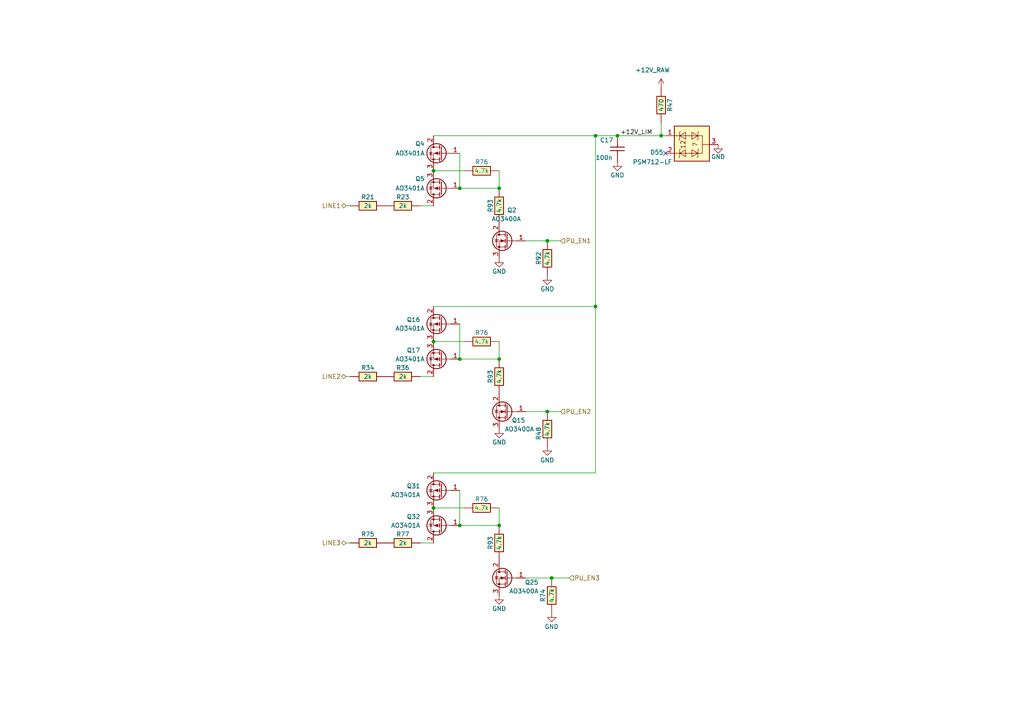
<source format=kicad_sch>
(kicad_sch (version 20230121) (generator eeschema)
  (paper "A4")
  (lib_symbols
    (symbol "MOSFET-P_2" (pin_names hide)
      (property "Reference" "Q" (at 5.207 0.9085 0))
      (property "Value" "MOSFET-P_2" (at 5.207 -1.8666 0))
      (symbol "MOSFET-P_2_0_1"
        (polyline (pts (xy 0.254 0) (xy -2.54 0)))
        (polyline (pts (xy 0.254 1.905) (xy 0.254 -1.905)) (stroke (width 0.254)))
        (polyline (pts (xy 0.762 -1.27) (xy 0.762 -2.286)) (stroke (width 0.254)))
        (polyline (pts (xy 0.762 0.508) (xy 0.762 -0.508)) (stroke (width 0.254)))
        (polyline (pts (xy 0.762 2.286) (xy 0.762 1.27)) (stroke (width 0.254)))
        (polyline (pts (xy 2.54 2.54) (xy 2.54 1.778)))
        (polyline (pts (xy 2.54 -2.54) (xy 2.54 0) (xy 0.762 0)))
        (polyline (pts (xy 0.762 1.778) (xy 3.302 1.778) (xy 3.302 -1.778) (xy 0.762 -1.778)))
        (polyline (pts (xy 2.286 0) (xy 1.27 0.381) (xy 1.27 -0.381) (xy 2.286 0)) (fill (type outline)))
        (polyline (pts (xy 2.794 -0.508) (xy 2.921 -0.381) (xy 3.683 -0.381) (xy 3.81 -0.254)))
        (polyline (pts (xy 3.302 -0.381) (xy 2.921 0.254) (xy 3.683 0.254) (xy 3.302 -0.381)))
        (circle (center 1.651 0) (radius 2.794) (stroke (width 0.254)))
        (circle (center 2.54 -1.778) (radius 0.254) (fill (type outline)))
        (circle (center 2.54 1.778) (radius 0.254) (fill (type outline)))
      )
      (symbol "MOSFET-P_2_1_1"
        (pin input line (at -5.08 0 0) (length 2.54) (name "G") (number "1"))
        (pin passive line (at 2.54 5.08 270) (length 2.54) (name "D") (number "2"))
        (pin passive line (at 2.54 -5.08 90) (length 2.54) (name "S") (number "3"))
      )
    )
    (symbol "MOSFET-P_3" (pin_names hide)
      (property "Reference" "Q" (at 5.207 0.9085 0))
      (property "Value" "MOSFET-P_3" (at 5.207 -1.8666 0))
      (symbol "MOSFET-P_3_0_1"
        (polyline (pts (xy 0.254 0) (xy -2.54 0)))
        (polyline (pts (xy 0.254 1.905) (xy 0.254 -1.905)) (stroke (width 0.254)))
        (polyline (pts (xy 0.762 -1.27) (xy 0.762 -2.286)) (stroke (width 0.254)))
        (polyline (pts (xy 0.762 0.508) (xy 0.762 -0.508)) (stroke (width 0.254)))
        (polyline (pts (xy 0.762 2.286) (xy 0.762 1.27)) (stroke (width 0.254)))
        (polyline (pts (xy 2.54 2.54) (xy 2.54 1.778)))
        (polyline (pts (xy 2.54 -2.54) (xy 2.54 0) (xy 0.762 0)))
        (polyline (pts (xy 0.762 1.778) (xy 3.302 1.778) (xy 3.302 -1.778) (xy 0.762 -1.778)))
        (polyline (pts (xy 2.286 0) (xy 1.27 0.381) (xy 1.27 -0.381) (xy 2.286 0)) (fill (type outline)))
        (polyline (pts (xy 2.794 -0.508) (xy 2.921 -0.381) (xy 3.683 -0.381) (xy 3.81 -0.254)))
        (polyline (pts (xy 3.302 -0.381) (xy 2.921 0.254) (xy 3.683 0.254) (xy 3.302 -0.381)))
        (circle (center 1.651 0) (radius 2.794) (stroke (width 0.254)))
        (circle (center 2.54 -1.778) (radius 0.254) (fill (type outline)))
        (circle (center 2.54 1.778) (radius 0.254) (fill (type outline)))
      )
      (symbol "MOSFET-P_3_1_1"
        (pin input line (at -5.08 0 0) (length 2.54) (name "G") (number "1"))
        (pin passive line (at 2.54 5.08 270) (length 2.54) (name "D") (number "2"))
        (pin passive line (at 2.54 -5.08 90) (length 2.54) (name "S") (number "3"))
      )
    )
    (symbol "MOSFET-P_5" (pin_names hide)
      (property "Reference" "Q" (at 5.207 0.9085 0))
      (property "Value" "MOSFET-P_5" (at 5.207 -1.8666 0))
      (symbol "MOSFET-P_5_0_1"
        (polyline (pts (xy 0.254 0) (xy -2.54 0)))
        (polyline (pts (xy 0.254 1.905) (xy 0.254 -1.905)) (stroke (width 0.254)))
        (polyline (pts (xy 0.762 -1.27) (xy 0.762 -2.286)) (stroke (width 0.254)))
        (polyline (pts (xy 0.762 0.508) (xy 0.762 -0.508)) (stroke (width 0.254)))
        (polyline (pts (xy 0.762 2.286) (xy 0.762 1.27)) (stroke (width 0.254)))
        (polyline (pts (xy 2.54 2.54) (xy 2.54 1.778)))
        (polyline (pts (xy 2.54 -2.54) (xy 2.54 0) (xy 0.762 0)))
        (polyline (pts (xy 0.762 1.778) (xy 3.302 1.778) (xy 3.302 -1.778) (xy 0.762 -1.778)))
        (polyline (pts (xy 2.286 0) (xy 1.27 0.381) (xy 1.27 -0.381) (xy 2.286 0)) (fill (type outline)))
        (polyline (pts (xy 2.794 -0.508) (xy 2.921 -0.381) (xy 3.683 -0.381) (xy 3.81 -0.254)))
        (polyline (pts (xy 3.302 -0.381) (xy 2.921 0.254) (xy 3.683 0.254) (xy 3.302 -0.381)))
        (circle (center 1.651 0) (radius 2.794) (stroke (width 0.254)))
        (circle (center 2.54 -1.778) (radius 0.254) (fill (type outline)))
        (circle (center 2.54 1.778) (radius 0.254) (fill (type outline)))
      )
      (symbol "MOSFET-P_5_1_1"
        (pin input line (at -5.08 0 0) (length 2.54) (name "G") (number "1"))
        (pin passive line (at 2.54 5.08 270) (length 2.54) (name "D") (number "2"))
        (pin passive line (at 2.54 -5.08 90) (length 2.54) (name "S") (number "3"))
      )
    )
    (symbol "MOSFET-P_6" (pin_names hide)
      (property "Reference" "Q" (at 5.207 0.9085 0))
      (property "Value" "MOSFET-P_6" (at 5.207 -1.8666 0))
      (symbol "MOSFET-P_6_0_1"
        (polyline (pts (xy 0.254 0) (xy -2.54 0)))
        (polyline (pts (xy 0.254 1.905) (xy 0.254 -1.905)) (stroke (width 0.254)))
        (polyline (pts (xy 0.762 -1.27) (xy 0.762 -2.286)) (stroke (width 0.254)))
        (polyline (pts (xy 0.762 0.508) (xy 0.762 -0.508)) (stroke (width 0.254)))
        (polyline (pts (xy 0.762 2.286) (xy 0.762 1.27)) (stroke (width 0.254)))
        (polyline (pts (xy 2.54 2.54) (xy 2.54 1.778)))
        (polyline (pts (xy 2.54 -2.54) (xy 2.54 0) (xy 0.762 0)))
        (polyline (pts (xy 0.762 1.778) (xy 3.302 1.778) (xy 3.302 -1.778) (xy 0.762 -1.778)))
        (polyline (pts (xy 2.286 0) (xy 1.27 0.381) (xy 1.27 -0.381) (xy 2.286 0)) (fill (type outline)))
        (polyline (pts (xy 2.794 -0.508) (xy 2.921 -0.381) (xy 3.683 -0.381) (xy 3.81 -0.254)))
        (polyline (pts (xy 3.302 -0.381) (xy 2.921 0.254) (xy 3.683 0.254) (xy 3.302 -0.381)))
        (circle (center 1.651 0) (radius 2.794) (stroke (width 0.254)))
        (circle (center 2.54 -1.778) (radius 0.254) (fill (type outline)))
        (circle (center 2.54 1.778) (radius 0.254) (fill (type outline)))
      )
      (symbol "MOSFET-P_6_1_1"
        (pin input line (at -5.08 0 0) (length 2.54) (name "G") (number "1"))
        (pin passive line (at 2.54 5.08 270) (length 2.54) (name "D") (number "2"))
        (pin passive line (at 2.54 -5.08 90) (length 2.54) (name "S") (number "3"))
      )
    )
    (symbol "hellen-one-common:+12V_RAW" (power) (pin_names (offset 0))
      (property "Value" "+12V_RAW" (at 0 3.556 0))
      (symbol "+12V_RAW_0_1"
        (polyline (pts (xy -0.762 1.27) (xy 0 2.54)))
        (polyline (pts (xy 0 0) (xy 0 2.54)))
        (polyline (pts (xy 0 2.54) (xy 0.762 1.27)))
      )
      (symbol "+12V_RAW_1_1"
        (pin power_in line (at 0 0 90) (length 0) hide (name "+12V_RAW") (number "1"))
      )
    )
    (symbol "hellen-one-common:Cap" (pin_numbers hide)
      (property "Reference" "C" (at -3.81 2.54 0))
      (property "Value" "Cap" (at -2.54 -1.27 0))
      (symbol "Cap_1_0"
        (polyline (pts (xy -1.27 0) (xy -0.508 0)) (stroke (width 0.254)))
        (polyline (pts (xy -0.508 -2.032) (xy -0.508 2.032)) (stroke (width 0.254)))
        (polyline (pts (xy 0.508 2.032) (xy 0.508 -2.032)) (stroke (width 0.254)))
        (polyline (pts (xy 1.27 0) (xy 0.508 0)) (stroke (width 0.254)))
        (pin passive line (at -3.81 0 0) (length 2.54) (name "") (number "1"))
        (pin passive line (at 3.81 0 180) (length 2.54) (name "") (number "2"))
      )
    )
    (symbol "hellen-one-common:MOSFET-N" (pin_names hide)
      (property "Reference" "Q" (at 5.08 6.35 0))
      (property "Value" "MOSFET-N" (at 2.54 3.81 0))
      (symbol "MOSFET-N_0_1"
        (polyline (pts (xy 0.254 0) (xy -2.54 0)))
        (polyline (pts (xy 0.254 1.905) (xy 0.254 -1.905)) (stroke (width 0.254)))
        (polyline (pts (xy 0.762 -1.27) (xy 0.762 -2.286)) (stroke (width 0.254)))
        (polyline (pts (xy 0.762 0.508) (xy 0.762 -0.508)) (stroke (width 0.254)))
        (polyline (pts (xy 0.762 2.286) (xy 0.762 1.27)) (stroke (width 0.254)))
        (polyline (pts (xy 2.54 2.54) (xy 2.54 1.778)))
        (polyline (pts (xy 2.54 -2.54) (xy 2.54 0) (xy 0.762 0)))
        (polyline (pts (xy 0.762 -1.778) (xy 3.302 -1.778) (xy 3.302 1.778) (xy 0.762 1.778)))
        (polyline (pts (xy 1.016 0) (xy 2.032 0.381) (xy 2.032 -0.381) (xy 1.016 0)) (fill (type outline)))
        (polyline (pts (xy 2.794 0.508) (xy 2.921 0.381) (xy 3.683 0.381) (xy 3.81 0.254)))
        (polyline (pts (xy 3.302 0.381) (xy 2.921 -0.254) (xy 3.683 -0.254) (xy 3.302 0.381)))
        (circle (center 1.651 0) (radius 2.794) (stroke (width 0.254)))
        (circle (center 2.54 -1.778) (radius 0.254) (fill (type outline)))
        (circle (center 2.54 1.778) (radius 0.254) (fill (type outline)))
      )
      (symbol "MOSFET-N_1_1"
        (pin input line (at -5.08 0 0) (length 2.54) (name "G") (number "1"))
        (pin passive line (at 2.54 5.08 270) (length 2.54) (name "D") (number "2"))
        (pin passive line (at 2.54 -5.08 90) (length 2.54) (name "S") (number "3"))
      )
    )
    (symbol "hellen-one-common:PSM712"
      (property "Reference" "D?" (at 3.302 0.9085 0))
      (property "Value" "PSM712" (at 3.302 -1.8666 0))
      (symbol "PSM712_0_0"
        (text "12" (at -2.286 2.54 0) (effects (font (size 1.27 1.27))))
        (text "7" (at -2.286 -1.016 0) (effects (font (size 1.27 1.27))))
      )
      (symbol "PSM712_0_1"
        (rectangle (start -7.62 5.08) (end 2.54 -5.08) (stroke (width 0.254)) (fill (type background)))
        (polyline (pts (xy -4.826 5.08) (xy -4.826 -3.048) (xy -2.286 -3.048)) (stroke (width 0.1524)))
        (polyline (pts (xy -6.096 3.302) (xy -5.842 3.556) (xy -3.81 3.556) (xy -3.556 3.81)) (stroke (width 0.1524)))
        (polyline (pts (xy -4.826 -1.778) (xy -3.81 0) (xy -5.842 0) (xy -4.826 -1.778)) (stroke (width 0.1524)))
        (polyline (pts (xy -4.826 3.556) (xy -5.842 1.778) (xy -3.81 1.778) (xy -4.826 3.556)) (stroke (width 0.1524)))
        (polyline (pts (xy -3.556 -1.524) (xy -3.81 -1.778) (xy -5.842 -1.778) (xy -6.096 -2.032)) (stroke (width 0.1524)))
        (polyline (pts (xy -1.016 3.302) (xy -0.762 3.556) (xy 1.27 3.556) (xy 1.524 3.81)) (stroke (width 0.1524)))
        (polyline (pts (xy 0.254 -1.778) (xy 1.27 0) (xy -0.762 0) (xy 0.254 -1.778)) (stroke (width 0.1524)))
        (polyline (pts (xy 0.254 3.556) (xy -0.762 1.778) (xy 1.27 1.778) (xy 0.254 3.556)) (stroke (width 0.1524)))
        (polyline (pts (xy 0.254 5.08) (xy 0.254 -3.048) (xy -2.286 -3.048) (xy -2.286 -5.08)) (stroke (width 0.1524)))
        (polyline (pts (xy 1.524 -1.524) (xy 1.27 -1.778) (xy -0.762 -1.778) (xy -1.016 -2.032)) (stroke (width 0.1524)))
      )
      (symbol "PSM712_1_1"
        (pin passive line (at -4.826 7.62 270) (length 2.54) (name "") (number "1"))
        (pin passive line (at 0.254 7.62 270) (length 2.54) (name "") (number "2"))
        (pin passive line (at -2.286 -7.62 90) (length 2.54) (name "") (number "3"))
      )
    )
    (symbol "hellen-one-common:Res" (pin_numbers hide)
      (property "Reference" "R" (at 3.81 2.54 0))
      (property "Value" "Res" (at 5.08 -2.54 0))
      (symbol "Res_1_0"
        (rectangle (start 2.54 -1.27) (end 7.62 1.27) (stroke (width 0.254)) (fill (type background)))
        (pin passive line (at 0 0 0) (length 2.54) (name "") (number "1"))
        (pin passive line (at 10.16 0 180) (length 2.54) (name "") (number "2"))
      )
    )
    (symbol "power:GND" (power) (pin_names (offset 0))
      (property "Value" "GND" (at 0 -3.81 0))
      (symbol "GND_0_1"
        (polyline (pts (xy 0 0) (xy 0 -1.27) (xy 1.27 -1.27) (xy 0 -2.54) (xy -1.27 -1.27) (xy 0 -1.27)))
      )
      (symbol "GND_1_1"
        (pin power_in line (at 0 0 270) (length 0) hide (name "GND") (number "1"))
      )
    )
  )
  (junction (at 158.75 69.85))
  (junction (at 125.73 147.32))
  (junction (at 158.75 119.38))
  (junction (at 133.35 152.4))
  (junction (at 144.78 104.14))
  (junction (at 144.78 152.4))
  (junction (at 133.35 54.61))
  (junction (at 172.72 88.9))
  (junction (at 133.35 104.14))
  (junction (at 179.07 39.37))
  (junction (at 125.73 99.06))
  (junction (at 172.72 39.37))
  (junction (at 160.02 167.64))
  (junction (at 125.73 49.53))
  (junction (at 191.77 39.37))
  (junction (at 144.78 54.61))
  (no_connect (at 193.04 44.45))
  (wire (pts (xy 144.78 104.14) (xy 144.78 99.06)))
  (wire (pts (xy 144.78 104.14) (xy 133.35 104.14)))
  (wire (pts (xy 121.92 109.22) (xy 125.73 109.22)))
  (wire (pts (xy 172.72 137.16) (xy 172.72 88.9)))
  (wire (pts (xy 144.78 54.61) (xy 144.78 49.53)))
  (wire (pts (xy 144.78 152.4) (xy 144.78 147.32)))
  (wire (pts (xy 144.78 54.61) (xy 133.35 54.61)))
  (wire (pts (xy 144.78 152.4) (xy 133.35 152.4)))
  (wire (pts (xy 121.92 59.69) (xy 125.73 59.69)))
  (wire (pts (xy 100.33 59.69) (xy 101.6 59.69)))
  (wire (pts (xy 160.02 167.64) (xy 165.1 167.64)))
  (wire (pts (xy 125.73 157.48) (xy 121.92 157.48)))
  (wire (pts (xy 152.4 69.85) (xy 158.75 69.85)))
  (wire (pts (xy 133.35 142.24) (xy 133.35 152.4)))
  (wire (pts (xy 191.77 35.56) (xy 191.77 39.37)))
  (wire (pts (xy 125.73 49.53) (xy 134.62 49.53)))
  (wire (pts (xy 125.73 39.37) (xy 172.72 39.37)))
  (wire (pts (xy 101.6 157.48) (xy 100.33 157.48)))
  (wire (pts (xy 133.35 44.45) (xy 133.35 54.61)))
  (wire (pts (xy 158.75 119.38) (xy 162.56 119.38)))
  (wire (pts (xy 125.73 137.16) (xy 172.72 137.16)))
  (wire (pts (xy 100.33 109.22) (xy 101.6 109.22)))
  (wire (pts (xy 172.72 39.37) (xy 172.72 88.9)))
  (wire (pts (xy 158.75 69.85) (xy 162.56 69.85)))
  (wire (pts (xy 172.72 39.37) (xy 179.07 39.37)))
  (wire (pts (xy 125.73 99.06) (xy 134.62 99.06)))
  (wire (pts (xy 191.77 39.37) (xy 179.07 39.37)))
  (wire (pts (xy 133.35 93.98) (xy 133.35 104.14)))
  (wire (pts (xy 125.73 88.9) (xy 172.72 88.9)))
  (wire (pts (xy 134.62 147.32) (xy 125.73 147.32)))
  (wire (pts (xy 193.04 39.37) (xy 191.77 39.37)))
  (wire (pts (xy 160.02 167.64) (xy 152.4 167.64)))
  (wire (pts (xy 152.4 119.38) (xy 158.75 119.38)))
  (label "+12V_LIM" (at 189.23 39.37 180))
  (hierarchical_label "PU_EN1" (shape input) (at 162.56 69.85 0))
  (hierarchical_label "PU_EN2" (shape input) (at 162.56 119.38 0))
  (hierarchical_label "LINE1" (shape bidirectional) (at 100.33 59.69 180))
  (hierarchical_label "LINE2" (shape bidirectional) (at 100.33 109.22 180))
  (hierarchical_label "LINE3" (shape bidirectional) (at 100.33 157.48 180))
  (hierarchical_label "PU_EN3" (shape input) (at 165.1 167.64 0))
  (symbol (lib_id "hellen-one-common:Res") (at 144.78 49.53 0) (mirror y) (unit 1)
    (property "Reference" "R76" (at 139.7 46.99 0))
    (property "Value" "4.7k" (at 139.7 49.53 0))
    (property "Footprint" "hellen-one-common:R0603" (effects hide))
    (property "LCSC" "C23162" (effects hide))
    (instances (project "alphax_4ch" (path "" (reference "R76") (unit 1)) (path "" (reference "R129") (unit 1))))
  )
  (symbol (lib_id "hellen-one-common:Res") (at 144.78 64.77 270) (mirror x) (unit 1)
    (property "Reference" "R93" (at 142.24 59.69 0))
    (property "Value" "4.7k" (at 144.78 59.69 0))
    (property "Footprint" "hellen-one-common:R0603" (effects hide))
    (property "LCSC" "C23162" (effects hide))
    (instances (project "alphax_4ch" (path "" (reference "R93") (unit 1)) (path "" (reference "R132") (unit 1))))
  )
  (symbol (lib_id "power:GND") (at 144.78 74.93 0) (mirror y) (unit 1)
    (property "Reference" "#PWR026" (effects hide))
    (property "Value" "GND" (at 144.78 78.74 0))
    (instances (project "alphax_4ch" (path "" (reference "#PWR026") (unit 1)) (path "" (reference "#PWR0167") (unit 1))))
  )
  (symbol (lib_id "hellen-one-common:MOSFET-N") (at 147.32 119.38 0) (mirror y) (unit 1)
    (property "Reference" "Q15" (at 152.4 121.92 0) (effects (justify left)))
    (property "Value" "AO3400A" (at 154.94 124.46 0) (effects (justify left)))
    (property "Footprint" "hellen-one-common:SOT-23" (effects hide))
    (property "LCSC" " C20917" (effects hide))
    (instances (project "alphax_4ch" (path "" (reference "Q15") (unit 1)) (path "" (reference "Q1") (unit 1))))
  )
  (symbol (lib_id "hellen-one-common:Res") (at 111.76 109.22 0) (mirror y) (unit 1)
    (property "Reference" "R34" (at 106.68 106.68 0))
    (property "Value" "2k" (at 106.68 109.22 0))
    (property "Footprint" "hellen-one-common:R1206" (effects hide))
    (property "LCSC" "C17944" (effects hide))
    (instances (project "alphax_4ch" (path "" (reference "R34") (unit 1)) (path "" (reference "R135") (unit 1))))
  )
  (symbol (lib_id "hellen-one-common:Res") (at 121.92 157.48 0) (mirror y) (unit 1)
    (property "Reference" "R77" (at 116.84 154.94 0))
    (property "Value" "2k" (at 116.84 157.48 0))
    (property "Footprint" "hellen-one-common:R1206" (effects hide))
    (property "LCSC" "C17944" (effects hide))
    (instances (project "alphax_4ch" (path "" (reference "R77") (unit 1)) (path "" (reference "R141") (unit 1))))
  )
  (symbol (lib_id "power:GND") (at 158.75 80.01 0) (mirror y) (unit 1)
    (property "Reference" "#PWR026" (effects hide))
    (property "Value" "GND" (at 158.75 83.82 0))
    (instances (project "alphax_4ch" (path "" (reference "#PWR026") (unit 1)) (path "" (reference "#PWR0170") (unit 1))))
  )
  (symbol (lib_id "power:GND") (at 179.07 46.99 0) (unit 1)
    (property "Reference" "#PWR070" (effects hide))
    (property "Value" "GND" (at 179.07 50.8 0))
    (instances (project "alphax_4ch" (path "" (reference "#PWR070") (unit 1)) (path "" (reference "#PWR0173") (unit 1))))
  )
  (symbol (lib_id "hellen-one-common:MOSFET-N") (at 147.32 69.85 0) (mirror y) (unit 1)
    (property "Reference" "Q2" (at 149.86 60.96 0) (effects (justify left)))
    (property "Value" "AO3400A" (at 151.13 63.5 0) (effects (justify left)))
    (property "Footprint" "hellen-one-common:SOT-23" (effects hide))
    (property "LCSC" " C20917" (effects hide))
    (instances (project "alphax_4ch" (path "" (reference "Q2") (unit 1)) (path "" (reference "Q3") (unit 1))))
  )
  (symbol (lib_id "power:GND") (at 158.75 129.54 0) (mirror y) (unit 1)
    (property "Reference" "#PWR0126" (effects hide))
    (property "Value" "GND" (at 158.6992 133.4834 0))
    (instances (project "alphax_4ch" (path "" (reference "#PWR0126") (unit 1)) (path "" (reference "#PWR0171") (unit 1))))
  )
  (symbol (lib_name "MOSFET-P_2") (lib_id "hellen-one-common:MOSFET-P") (at 128.27 152.4 180) (unit 1)
    (property "Reference" "Q32" (at 121.92 149.86 0) (effects (justify left)))
    (property "Value" "AO3401A" (at 121.92 152.4 0) (effects (justify left)))
    (property "Footprint" "hellen-one-common:SOT-23" (effects hide))
    (property "Datasheet" "https://datasheet.lcsc.com/lcsc/1810171817_Alpha-&-Omega-Semicon-AO3401A_C15127.pdf" (effects hide))
    (property "LCSC" "C15127" (effects hide))
    (instances (project "alphax_4ch" (path "" (reference "Q32") (unit 1)) (path "" (reference "Q53") (unit 1))))
  )
  (symbol (lib_id "hellen-one-common:MOSFET-N") (at 147.32 167.64 0) (mirror y) (unit 1)
    (property "Reference" "Q25" (at 156.21 168.91 0) (effects (justify left)))
    (property "Value" "AO3400A" (at 156.21 171.45 0) (effects (justify left)))
    (property "Footprint" "hellen-one-common:SOT-23" (effects hide))
    (property "LCSC" " C20917" (effects hide))
    (instances (project "alphax_4ch" (path "" (reference "Q25") (unit 1)) (path "" (reference "Q51") (unit 1))))
  )
  (symbol (lib_name "MOSFET-P_2") (lib_id "hellen-one-common:MOSFET-P") (at 128.27 104.14 180) (unit 1)
    (property "Reference" "Q17" (at 121.92 101.6 0) (effects (justify left)))
    (property "Value" "AO3401A" (at 123.19 104.14 0) (effects (justify left)))
    (property "Footprint" "hellen-one-common:SOT-23" (effects hide))
    (property "Datasheet" "https://datasheet.lcsc.com/lcsc/1810171817_Alpha-&-Omega-Semicon-AO3401A_C15127.pdf" (effects hide))
    (property "LCSC" "C15127" (effects hide))
    (instances (project "alphax_4ch" (path "" (reference "Q17") (unit 1)) (path "" (reference "Q50") (unit 1))))
  )
  (symbol (lib_id "hellen-one-common:Res") (at 121.92 59.69 0) (mirror y) (unit 1)
    (property "Reference" "R23" (at 116.84 57.15 0))
    (property "Value" "2k" (at 116.84 59.69 0))
    (property "Footprint" "hellen-one-common:R1206" (effects hide))
    (property "LCSC" "C17944" (effects hide))
    (instances (project "alphax_4ch" (path "" (reference "R23") (unit 1)) (path "" (reference "R131") (unit 1))))
  )
  (symbol (lib_id "hellen-one-common:Res") (at 158.75 80.01 90) (unit 1)
    (property "Reference" "R92" (at 156.21 74.93 0))
    (property "Value" "4.7k" (at 158.75 74.93 0))
    (property "Footprint" "hellen-one-common:R0603" (effects hide))
    (property "LCSC" "C23162" (effects hide))
    (instances (project "alphax_4ch" (path "" (reference "R92") (unit 1)) (path "" (reference "R125") (unit 1))))
  )
  (symbol (lib_id "hellen-one-common:Res") (at 111.76 59.69 0) (mirror y) (unit 1)
    (property "Reference" "R21" (at 106.68 57.15 0))
    (property "Value" "2k" (at 106.68 59.69 0))
    (property "Footprint" "hellen-one-common:R1206" (effects hide))
    (property "LCSC" "C17944" (effects hide))
    (instances (project "alphax_4ch" (path "" (reference "R21") (unit 1)) (path "" (reference "R126") (unit 1))))
  )
  (symbol (lib_id "hellen-one-common:Res") (at 121.92 109.22 0) (mirror y) (unit 1)
    (property "Reference" "R36" (at 116.84 106.68 0))
    (property "Value" "2k" (at 116.84 109.22 0))
    (property "Footprint" "hellen-one-common:R1206" (effects hide))
    (property "LCSC" "C17944" (effects hide))
    (instances (project "alphax_4ch" (path "" (reference "R36") (unit 1)) (path "" (reference "R136") (unit 1))))
  )
  (symbol (lib_id "power:GND") (at 144.78 124.46 0) (mirror y) (unit 1)
    (property "Reference" "#PWR029" (effects hide))
    (property "Value" "GND" (at 144.78 128.27 0))
    (instances (project "alphax_4ch" (path "" (reference "#PWR029") (unit 1)) (path "" (reference "#PWR0168") (unit 1))))
  )
  (symbol (lib_id "power:GND") (at 144.78 172.72 0) (mirror y) (unit 1)
    (property "Reference" "#PWR0130" (effects hide))
    (property "Value" "GND" (at 144.78 176.53 0))
    (instances (project "alphax_4ch" (path "" (reference "#PWR0130") (unit 1)) (path "" (reference "#PWR0169") (unit 1))))
  )
  (symbol (lib_id "hellen-one-common:Res") (at 144.78 114.3 270) (mirror x) (unit 1)
    (property "Reference" "R93" (at 142.24 109.22 0))
    (property "Value" "4.7k" (at 144.78 109.22 0))
    (property "Footprint" "hellen-one-common:R0603" (effects hide))
    (property "LCSC" "C23162" (effects hide))
    (instances (project "alphax_4ch" (path "" (reference "R93") (unit 1)) (path "" (reference "R128") (unit 1))))
  )
  (symbol (lib_id "hellen-one-common:+12V_RAW") (at 191.77 25.4 0) (mirror y) (unit 1)
    (property "Reference" "#PWR038" (effects hide))
    (property "Value" "+12V_RAW" (at 194.31 20.32 0) (effects (justify left)))
    (instances (project "alphax_4ch" (path "" (reference "#PWR038") (unit 1)) (path "" (reference "#PWR0190") (unit 1))))
  )
  (symbol (lib_id "power:GND") (at 208.28 41.91 0) (mirror y) (unit 1)
    (property "Reference" "#PWR039" (effects hide))
    (property "Value" "GND" (at 208.28 45.466 0))
    (instances (project "alphax_4ch" (path "" (reference "#PWR039") (unit 1)) (path "" (reference "#PWR0174") (unit 1))))
  )
  (symbol (lib_id "hellen-one-common:Res") (at 158.75 129.54 270) (mirror x) (unit 1)
    (property "Reference" "R48" (at 156.21 125.73 0))
    (property "Value" "4.7k" (at 158.75 124.46 0))
    (property "Footprint" "hellen-one-common:R0603" (effects hide))
    (property "LCSC" "C23162" (effects hide))
    (instances (project "alphax_4ch" (path "" (reference "R48") (unit 1)) (path "" (reference "R41") (unit 1))))
  )
  (symbol (lib_name "MOSFET-P_3") (lib_id "hellen-one-common:MOSFET-P") (at 128.27 93.98 0) (mirror y) (unit 1)
    (property "Reference" "Q16" (at 121.92 92.71 0) (effects (justify left)))
    (property "Value" "AO3401A" (at 123.19 95.25 0) (effects (justify left)))
    (property "Footprint" "hellen-one-common:SOT-23" (effects hide))
    (property "Datasheet" "https://datasheet.lcsc.com/lcsc/1810171817_Alpha-&-Omega-Semicon-AO3401A_C15127.pdf" (effects hide))
    (property "LCSC" "C15127" (effects hide))
    (instances (project "alphax_4ch" (path "" (reference "Q16") (unit 1)) (path "" (reference "Q49") (unit 1))))
  )
  (symbol (lib_id "hellen-one-common:Res") (at 111.76 157.48 0) (mirror y) (unit 1)
    (property "Reference" "R75" (at 106.68 154.94 0))
    (property "Value" "2k" (at 106.68 157.48 0))
    (property "Footprint" "hellen-one-common:R1206" (effects hide))
    (property "LCSC" "C17944" (effects hide))
    (instances (project "alphax_4ch" (path "" (reference "R75") (unit 1)) (path "" (reference "R139") (unit 1))))
  )
  (symbol (lib_name "MOSFET-P_6") (lib_id "hellen-one-common:MOSFET-P") (at 128.27 44.45 0) (mirror y) (unit 1)
    (property "Reference" "Q4" (at 123.19 41.6749 0) (effects (justify left)))
    (property "Value" "AO3401A" (at 123.19 44.45 0) (effects (justify left)))
    (property "Footprint" "hellen-one-common:SOT-23" (effects hide))
    (property "Datasheet" "https://datasheet.lcsc.com/lcsc/1810171817_Alpha-&-Omega-Semicon-AO3401A_C15127.pdf" (effects hide))
    (property "LCSC" "C15127" (effects hide))
    (instances (project "alphax_4ch" (path "" (reference "Q4") (unit 1)) (path "" (reference "Q35") (unit 1))))
  )
  (symbol (lib_id "hellen-one-common:PSM712") (at 200.66 44.196 90) (mirror x) (unit 1)
    (property "Reference" "D55" (at 190.5 44.196 90))
    (property "Value" "PSM712-LF" (at 189.23 46.99 90))
    (property "Footprint" "hellen-one-common:SOT-23" (effects hide))
    (property "Datasheet" "https://datasheet.lcsc.com/lcsc/1811061632_ProTek-Devices-PSM712-LF-T7_C32677.pdf" (effects hide))
    (property "LCSC" "C32677" (effects hide))
    (instances (project "alphax_4ch" (path "" (reference "D55") (unit 1)) (path "" (reference "D28") (unit 1))))
  )
  (symbol (lib_id "hellen-one-common:Res") (at 144.78 162.56 270) (mirror x) (unit 1)
    (property "Reference" "R93" (at 142.24 157.48 0))
    (property "Value" "4.7k" (at 144.78 157.48 0))
    (property "Footprint" "hellen-one-common:R0603" (effects hide))
    (property "LCSC" "C23162" (effects hide))
    (instances (project "alphax_4ch" (path "" (reference "R93") (unit 1)) (path "" (reference "R138") (unit 1))))
  )
  (symbol (lib_name "MOSFET-P_3") (lib_id "hellen-one-common:MOSFET-P") (at 128.27 142.24 0) (mirror y) (unit 1)
    (property "Reference" "Q31" (at 121.92 140.97 0) (effects (justify left)))
    (property "Value" "AO3401A" (at 121.92 143.51 0) (effects (justify left)))
    (property "Footprint" "hellen-one-common:SOT-23" (effects hide))
    (property "Datasheet" "https://datasheet.lcsc.com/lcsc/1810171817_Alpha-&-Omega-Semicon-AO3401A_C15127.pdf" (effects hide))
    (property "LCSC" "C15127" (effects hide))
    (instances (project "alphax_4ch" (path "" (reference "Q31") (unit 1)) (path "" (reference "Q52") (unit 1))))
  )
  (symbol (lib_id "hellen-one-common:Res") (at 191.77 35.56 90) (unit 1)
    (property "Reference" "R47" (at 194.31 30.48 0))
    (property "Value" "470" (at 191.77 30.48 0))
    (property "Footprint" "hellen-one-common:R0805" (effects hide))
    (property "LCSC" "C17710" (effects hide))
    (instances (project "alphax_4ch" (path "" (reference "R47") (unit 1)) (path "" (reference "R25") (unit 1))))
  )
  (symbol (lib_id "hellen-one-common:Res") (at 160.02 167.64 90) (mirror x) (unit 1)
    (property "Reference" "R74" (at 157.48 172.72 0))
    (property "Value" "4.7k" (at 160.02 172.72 0))
    (property "Footprint" "hellen-one-common:R0603" (effects hide))
    (property "LCSC" "C23162" (effects hide))
    (instances (project "alphax_4ch" (path "" (reference "R74") (unit 1)) (path "" (reference "R137") (unit 1))))
  )
  (symbol (lib_id "power:GND") (at 160.02 177.8 0) (mirror y) (unit 1)
    (property "Reference" "#PWR0126" (effects hide))
    (property "Value" "GND" (at 159.9692 181.7434 0))
    (instances (project "alphax_4ch" (path "" (reference "#PWR0126") (unit 1)) (path "" (reference "#PWR0172") (unit 1))))
  )
  (symbol (lib_id "hellen-one-common:Res") (at 144.78 147.32 0) (mirror y) (unit 1)
    (property "Reference" "R76" (at 139.7 144.78 0))
    (property "Value" "4.7k" (at 139.7 147.32 0))
    (property "Footprint" "hellen-one-common:R0603" (effects hide))
    (property "LCSC" "C23162" (effects hide))
    (instances (project "alphax_4ch" (path "" (reference "R76") (unit 1)) (path "" (reference "R140") (unit 1))))
  )
  (symbol (lib_id "hellen-one-common:Cap") (at 179.07 43.18 90) (unit 1)
    (property "Reference" "C17" (at 173.99 40.64 90) (effects (justify right)))
    (property "Value" "100n" (at 172.72 45.72 90) (effects (justify right)))
    (property "Footprint" "hellen-one-common:C0603" (effects hide))
    (property "LCSC" "C14663" (effects hide))
    (instances (project "alphax_4ch" (path "" (reference "C17") (unit 1)) (path "" (reference "C18") (unit 1))))
  )
  (symbol (lib_id "hellen-one-common:Res") (at 144.78 99.06 0) (mirror y) (unit 1)
    (property "Reference" "R76" (at 139.7 96.52 0))
    (property "Value" "4.7k" (at 139.7 99.06 0))
    (property "Footprint" "hellen-one-common:R0603" (effects hide))
    (property "LCSC" "C23162" (effects hide))
    (instances (project "alphax_4ch" (path "" (reference "R76") (unit 1)) (path "" (reference "R127") (unit 1))))
  )
  (symbol (lib_name "MOSFET-P_5") (lib_id "hellen-one-common:MOSFET-P") (at 128.27 54.61 180) (unit 1)
    (property "Reference" "Q5" (at 123.19 51.8349 0) (effects (justify left)))
    (property "Value" "AO3401A" (at 123.19 54.61 0) (effects (justify left)))
    (property "Footprint" "hellen-one-common:SOT-23" (effects hide))
    (property "Datasheet" "https://datasheet.lcsc.com/lcsc/1810171817_Alpha-&-Omega-Semicon-AO3401A_C15127.pdf" (effects hide))
    (property "LCSC" "C15127" (effects hide))
    (instances (project "alphax_4ch" (path "" (reference "Q5") (unit 1)) (path "" (reference "Q36") (unit 1))))
  )
)
</source>
